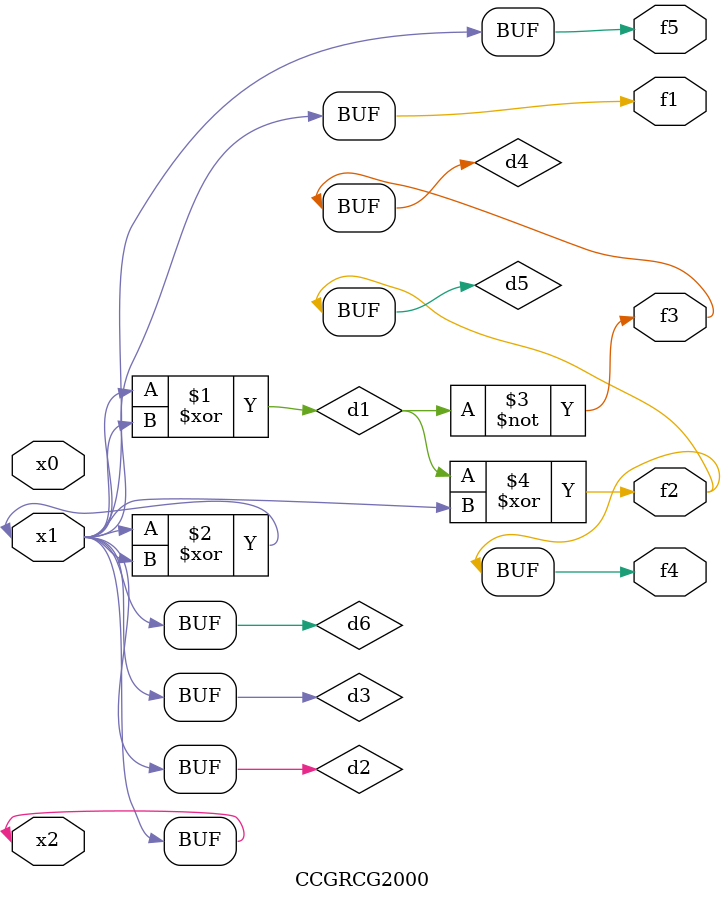
<source format=v>
module CCGRCG2000(
	input x0, x1, x2,
	output f1, f2, f3, f4, f5
);

	wire d1, d2, d3, d4, d5, d6;

	xor (d1, x1, x2);
	buf (d2, x1, x2);
	xor (d3, x1, x2);
	nor (d4, d1);
	xor (d5, d1, d2);
	buf (d6, d2, d3);
	assign f1 = d6;
	assign f2 = d5;
	assign f3 = d4;
	assign f4 = d5;
	assign f5 = d6;
endmodule

</source>
